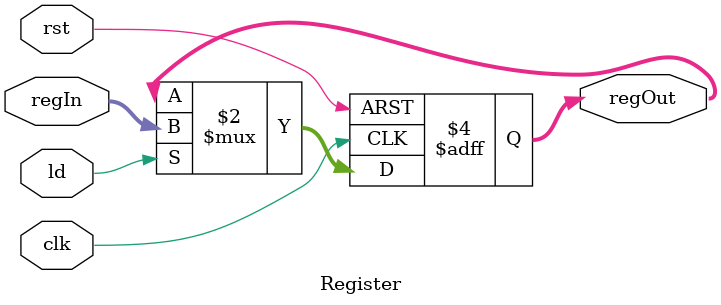
<source format=v>
module Register(clk, rst, ld, regIn, regOut);

    parameter SIZE = 8;
    input clk, rst, ld;
    input [(SIZE-1):0] regIn;
    output reg [(SIZE-1):0] regOut;
    
    always@(posedge clk, posedge rst) begin
        if(rst)
            regOut <= 0;
        else if(ld)
            regOut <= regIn;
    end

endmodule

</source>
